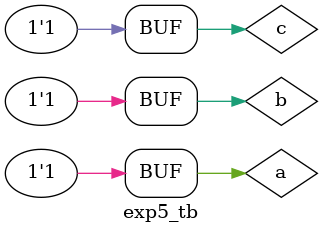
<source format=v>
module exp5(a,b,c,x);
input a, b, c;
output x;
wire w1, w2;
not n1(w1, a);
or o1(w2, b,c);
nand n2(x, w1, w2);
endmodule

module exp5_tb;
reg a, b, c;
wire x;
exp5 i(a, b, c, x);
initial
begin
	a = 1'b0;
	b = 1'b0;
	c = 1'b0;
	$monitor("Time:%0t a=%b b=%b, c=%b, x=%b",$time, a, b, c, x);
	#5 a= 1'b0; b=1'b0; c=1'b0;
	#5 a= 1'b0; b=1'b0; c=1'b1;
	#5 a= 1'b0; b=1'b1; c=1'b0;
	#5 a= 1'b0; b=1'b1; c=1'b1;
	#5 a= 1'b1; b=1'b0; c=1'b0;
	#5 a= 1'b1; b=1'b0; c=1'b1;
	#5 a= 1'b1; b=1'b1; c=1'b0;
	#5 a= 1'b1; b=1'b1; c=1'b1;
end
endmodule
</source>
